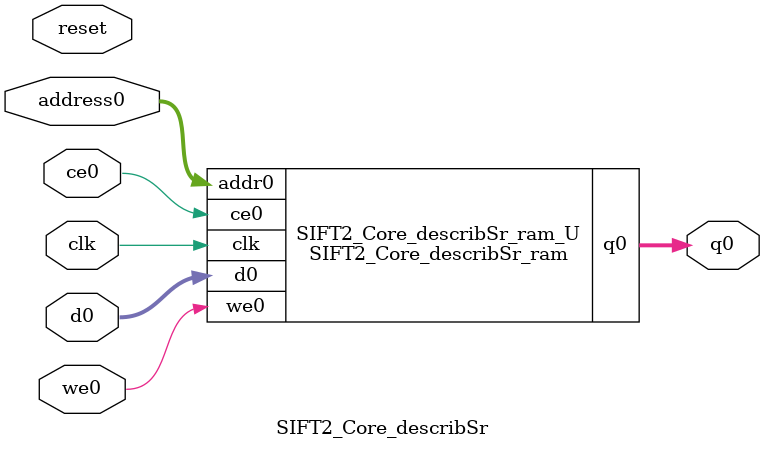
<source format=v>

`timescale 1 ns / 1 ps
module SIFT2_Core_describSr_ram (addr0, ce0, d0, we0, q0,  clk);

parameter DWIDTH = 8;
parameter AWIDTH = 16;
parameter MEM_SIZE = 65408;

input[AWIDTH-1:0] addr0;
input ce0;
input[DWIDTH-1:0] d0;
input we0;
output reg[DWIDTH-1:0] q0;
input clk;

(* ram_style = "block" *)reg [DWIDTH-1:0] ram[0:MEM_SIZE-1];




always @(posedge clk)  
begin 
    if (ce0) 
    begin
        if (we0) 
        begin 
            ram[addr0] <= d0; 
            q0 <= d0;
        end 
        else 
            q0 <= ram[addr0];
    end
end


endmodule


`timescale 1 ns / 1 ps
module SIFT2_Core_describSr(
    reset,
    clk,
    address0,
    ce0,
    we0,
    d0,
    q0);

parameter DataWidth = 32'd8;
parameter AddressRange = 32'd65408;
parameter AddressWidth = 32'd16;
input reset;
input clk;
input[AddressWidth - 1:0] address0;
input ce0;
input we0;
input[DataWidth - 1:0] d0;
output[DataWidth - 1:0] q0;



SIFT2_Core_describSr_ram SIFT2_Core_describSr_ram_U(
    .clk( clk ),
    .addr0( address0 ),
    .ce0( ce0 ),
    .we0( we0 ),
    .d0( d0 ),
    .q0( q0 ));

endmodule


</source>
